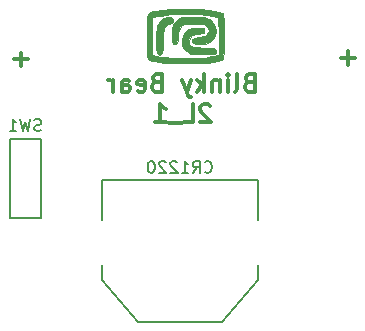
<source format=gbr>
G04 #@! TF.FileFunction,Legend,Bot*
%FSLAX46Y46*%
G04 Gerber Fmt 4.6, Leading zero omitted, Abs format (unit mm)*
G04 Created by KiCad (PCBNEW 4.0.7) date 05/04/18 14:02:44*
%MOMM*%
%LPD*%
G01*
G04 APERTURE LIST*
%ADD10C,0.076200*%
%ADD11C,0.300000*%
%ADD12C,0.150000*%
%ADD13C,0.100000*%
G04 APERTURE END LIST*
D10*
D11*
X141370142Y-80786857D02*
X141155856Y-80858286D01*
X141084428Y-80929714D01*
X141012999Y-81072571D01*
X141012999Y-81286857D01*
X141084428Y-81429714D01*
X141155856Y-81501143D01*
X141298714Y-81572571D01*
X141870142Y-81572571D01*
X141870142Y-80072571D01*
X141370142Y-80072571D01*
X141227285Y-80144000D01*
X141155856Y-80215429D01*
X141084428Y-80358286D01*
X141084428Y-80501143D01*
X141155856Y-80644000D01*
X141227285Y-80715429D01*
X141370142Y-80786857D01*
X141870142Y-80786857D01*
X140155856Y-81572571D02*
X140298714Y-81501143D01*
X140370142Y-81358286D01*
X140370142Y-80072571D01*
X139584428Y-81572571D02*
X139584428Y-80572571D01*
X139584428Y-80072571D02*
X139655857Y-80144000D01*
X139584428Y-80215429D01*
X139513000Y-80144000D01*
X139584428Y-80072571D01*
X139584428Y-80215429D01*
X138870142Y-80572571D02*
X138870142Y-81572571D01*
X138870142Y-80715429D02*
X138798714Y-80644000D01*
X138655856Y-80572571D01*
X138441571Y-80572571D01*
X138298714Y-80644000D01*
X138227285Y-80786857D01*
X138227285Y-81572571D01*
X137512999Y-81572571D02*
X137512999Y-80072571D01*
X137370142Y-81001143D02*
X136941571Y-81572571D01*
X136941571Y-80572571D02*
X137512999Y-81144000D01*
X136441570Y-80572571D02*
X136084427Y-81572571D01*
X135727285Y-80572571D02*
X136084427Y-81572571D01*
X136227285Y-81929714D01*
X136298713Y-82001143D01*
X136441570Y-82072571D01*
X133512999Y-80786857D02*
X133298713Y-80858286D01*
X133227285Y-80929714D01*
X133155856Y-81072571D01*
X133155856Y-81286857D01*
X133227285Y-81429714D01*
X133298713Y-81501143D01*
X133441571Y-81572571D01*
X134012999Y-81572571D01*
X134012999Y-80072571D01*
X133512999Y-80072571D01*
X133370142Y-80144000D01*
X133298713Y-80215429D01*
X133227285Y-80358286D01*
X133227285Y-80501143D01*
X133298713Y-80644000D01*
X133370142Y-80715429D01*
X133512999Y-80786857D01*
X134012999Y-80786857D01*
X131941571Y-81501143D02*
X132084428Y-81572571D01*
X132370142Y-81572571D01*
X132512999Y-81501143D01*
X132584428Y-81358286D01*
X132584428Y-80786857D01*
X132512999Y-80644000D01*
X132370142Y-80572571D01*
X132084428Y-80572571D01*
X131941571Y-80644000D01*
X131870142Y-80786857D01*
X131870142Y-80929714D01*
X132584428Y-81072571D01*
X130584428Y-81572571D02*
X130584428Y-80786857D01*
X130655857Y-80644000D01*
X130798714Y-80572571D01*
X131084428Y-80572571D01*
X131227285Y-80644000D01*
X130584428Y-81501143D02*
X130727285Y-81572571D01*
X131084428Y-81572571D01*
X131227285Y-81501143D01*
X131298714Y-81358286D01*
X131298714Y-81215429D01*
X131227285Y-81072571D01*
X131084428Y-81001143D01*
X130727285Y-81001143D01*
X130584428Y-80929714D01*
X129870142Y-81572571D02*
X129870142Y-80572571D01*
X129870142Y-80858286D02*
X129798714Y-80715429D01*
X129727285Y-80644000D01*
X129584428Y-80572571D01*
X129441571Y-80572571D01*
X138084428Y-82765429D02*
X138012999Y-82694000D01*
X137870142Y-82622571D01*
X137512999Y-82622571D01*
X137370142Y-82694000D01*
X137298713Y-82765429D01*
X137227285Y-82908286D01*
X137227285Y-83051143D01*
X137298713Y-83265429D01*
X138155856Y-84122571D01*
X137227285Y-84122571D01*
X135870142Y-84122571D02*
X136584428Y-84122571D01*
X136584428Y-82622571D01*
X135727285Y-84265429D02*
X134584428Y-84265429D01*
X133441571Y-84122571D02*
X134298714Y-84122571D01*
X133870142Y-84122571D02*
X133870142Y-82622571D01*
X134012999Y-82836857D01*
X134155857Y-82979714D01*
X134298714Y-83051143D01*
X122618428Y-78847143D02*
X121475571Y-78847143D01*
X122047000Y-79418571D02*
X122047000Y-78275714D01*
X150304428Y-78720143D02*
X149161571Y-78720143D01*
X149733000Y-79291571D02*
X149733000Y-78148714D01*
D12*
X123728000Y-92250000D02*
X123728000Y-85550000D01*
X121128000Y-92250000D02*
X123728000Y-92250000D01*
X121128000Y-85550000D02*
X121128000Y-92250000D01*
X121128000Y-85550000D02*
X123728000Y-85550000D01*
X128905000Y-97536000D02*
X131940300Y-101104700D01*
X142113000Y-97536000D02*
X139077700Y-101104700D01*
X128905000Y-96291400D02*
X128905000Y-97536000D01*
X142113000Y-89039700D02*
X128905000Y-89039700D01*
X139077700Y-101104700D02*
X131940300Y-101104700D01*
X142113000Y-96291400D02*
X142113000Y-97536000D01*
X128905000Y-89039700D02*
X128905000Y-92430600D01*
X142113000Y-89039700D02*
X142113000Y-92430600D01*
D13*
G36*
X132712622Y-76091418D02*
X132714762Y-76685076D01*
X132715000Y-76869945D01*
X132716968Y-77510217D01*
X132723635Y-78000453D01*
X132736144Y-78359914D01*
X132755639Y-78607861D01*
X132783265Y-78763554D01*
X132820165Y-78846252D01*
X132833169Y-78859670D01*
X133000404Y-78931142D01*
X133138333Y-78961474D01*
X133138333Y-78507748D01*
X133138333Y-76914371D01*
X133142389Y-76393909D01*
X133153750Y-75944332D01*
X133171205Y-75590665D01*
X133193547Y-75357937D01*
X133217725Y-75271926D01*
X133329173Y-75241092D01*
X133571448Y-75194619D01*
X133907507Y-75139095D01*
X134254892Y-75087485D01*
X134883360Y-75025536D01*
X135610949Y-74997245D01*
X136380863Y-75001497D01*
X137136308Y-75037179D01*
X137820486Y-75103176D01*
X138218333Y-75165237D01*
X138768667Y-75269859D01*
X138791634Y-76891143D01*
X138814601Y-78512426D01*
X138241301Y-78603198D01*
X137905387Y-78655928D01*
X137600576Y-78703002D01*
X137414000Y-78731091D01*
X137173831Y-78748739D01*
X136802475Y-78755161D01*
X136337617Y-78751617D01*
X135816943Y-78739364D01*
X135278138Y-78719660D01*
X134758888Y-78693761D01*
X134296878Y-78662926D01*
X133929794Y-78628412D01*
X133794500Y-78610306D01*
X133138333Y-78507748D01*
X133138333Y-78961474D01*
X133309725Y-78999166D01*
X133733887Y-79061037D01*
X134245644Y-79114051D01*
X134817751Y-79155504D01*
X135422961Y-79182692D01*
X136034031Y-79192910D01*
X136186333Y-79192483D01*
X136671331Y-79187260D01*
X137110111Y-79179201D01*
X137468846Y-79169183D01*
X137713708Y-79158080D01*
X137795000Y-79150816D01*
X138301572Y-79067236D01*
X138709361Y-78984708D01*
X138994538Y-78908632D01*
X139128500Y-78848674D01*
X139165535Y-78770849D01*
X139193694Y-78595790D01*
X139213802Y-78308075D01*
X139226683Y-77892284D01*
X139233163Y-77332996D01*
X139234333Y-76869945D01*
X139233382Y-76253599D01*
X139229423Y-75785164D01*
X139220800Y-75443224D01*
X139205856Y-75206362D01*
X139182934Y-75053160D01*
X139150378Y-74962203D01*
X139106532Y-74912073D01*
X139081688Y-74896597D01*
X138815800Y-74803179D01*
X138410239Y-74723175D01*
X137894227Y-74657830D01*
X137296985Y-74608389D01*
X136647736Y-74576099D01*
X135975702Y-74562204D01*
X135310104Y-74567950D01*
X134680166Y-74594582D01*
X134115109Y-74643346D01*
X133876807Y-74674783D01*
X133511342Y-74726423D01*
X133231238Y-74771352D01*
X133025234Y-74830847D01*
X132882071Y-74926182D01*
X132790488Y-75078632D01*
X132739225Y-75309471D01*
X132717023Y-75639975D01*
X132712622Y-76091418D01*
X132712622Y-76091418D01*
X132712622Y-76091418D01*
G37*
X132712622Y-76091418D02*
X132714762Y-76685076D01*
X132715000Y-76869945D01*
X132716968Y-77510217D01*
X132723635Y-78000453D01*
X132736144Y-78359914D01*
X132755639Y-78607861D01*
X132783265Y-78763554D01*
X132820165Y-78846252D01*
X132833169Y-78859670D01*
X133000404Y-78931142D01*
X133138333Y-78961474D01*
X133138333Y-78507748D01*
X133138333Y-76914371D01*
X133142389Y-76393909D01*
X133153750Y-75944332D01*
X133171205Y-75590665D01*
X133193547Y-75357937D01*
X133217725Y-75271926D01*
X133329173Y-75241092D01*
X133571448Y-75194619D01*
X133907507Y-75139095D01*
X134254892Y-75087485D01*
X134883360Y-75025536D01*
X135610949Y-74997245D01*
X136380863Y-75001497D01*
X137136308Y-75037179D01*
X137820486Y-75103176D01*
X138218333Y-75165237D01*
X138768667Y-75269859D01*
X138791634Y-76891143D01*
X138814601Y-78512426D01*
X138241301Y-78603198D01*
X137905387Y-78655928D01*
X137600576Y-78703002D01*
X137414000Y-78731091D01*
X137173831Y-78748739D01*
X136802475Y-78755161D01*
X136337617Y-78751617D01*
X135816943Y-78739364D01*
X135278138Y-78719660D01*
X134758888Y-78693761D01*
X134296878Y-78662926D01*
X133929794Y-78628412D01*
X133794500Y-78610306D01*
X133138333Y-78507748D01*
X133138333Y-78961474D01*
X133309725Y-78999166D01*
X133733887Y-79061037D01*
X134245644Y-79114051D01*
X134817751Y-79155504D01*
X135422961Y-79182692D01*
X136034031Y-79192910D01*
X136186333Y-79192483D01*
X136671331Y-79187260D01*
X137110111Y-79179201D01*
X137468846Y-79169183D01*
X137713708Y-79158080D01*
X137795000Y-79150816D01*
X138301572Y-79067236D01*
X138709361Y-78984708D01*
X138994538Y-78908632D01*
X139128500Y-78848674D01*
X139165535Y-78770849D01*
X139193694Y-78595790D01*
X139213802Y-78308075D01*
X139226683Y-77892284D01*
X139233163Y-77332996D01*
X139234333Y-76869945D01*
X139233382Y-76253599D01*
X139229423Y-75785164D01*
X139220800Y-75443224D01*
X139205856Y-75206362D01*
X139182934Y-75053160D01*
X139150378Y-74962203D01*
X139106532Y-74912073D01*
X139081688Y-74896597D01*
X138815800Y-74803179D01*
X138410239Y-74723175D01*
X137894227Y-74657830D01*
X137296985Y-74608389D01*
X136647736Y-74576099D01*
X135975702Y-74562204D01*
X135310104Y-74567950D01*
X134680166Y-74594582D01*
X134115109Y-74643346D01*
X133876807Y-74674783D01*
X133511342Y-74726423D01*
X133231238Y-74771352D01*
X133025234Y-74830847D01*
X132882071Y-74926182D01*
X132790488Y-75078632D01*
X132739225Y-75309471D01*
X132717023Y-75639975D01*
X132712622Y-76091418D01*
X132712622Y-76091418D01*
G36*
X135674330Y-77236396D02*
X135721811Y-77619950D01*
X135886553Y-77969481D01*
X136160839Y-78238811D01*
X136302097Y-78312168D01*
X136490433Y-78362105D01*
X136761285Y-78393878D01*
X137150089Y-78412742D01*
X137371667Y-78418393D01*
X137768061Y-78422691D01*
X138106353Y-78418729D01*
X138348130Y-78407450D01*
X138451167Y-78391953D01*
X138540029Y-78274885D01*
X138548116Y-78096760D01*
X138480306Y-77942596D01*
X138423075Y-77902391D01*
X138284273Y-77880378D01*
X138020201Y-77863077D01*
X137674907Y-77852813D01*
X137449409Y-77851000D01*
X136967865Y-77835429D01*
X136631329Y-77781481D01*
X136417728Y-77678299D01*
X136304987Y-77515028D01*
X136271033Y-77280811D01*
X136271000Y-77271455D01*
X136337498Y-77007492D01*
X136542142Y-76820644D01*
X136892658Y-76705320D01*
X137094076Y-76675904D01*
X137369639Y-76640063D01*
X137516307Y-76594056D01*
X137574127Y-76516255D01*
X137583333Y-76411666D01*
X137572369Y-76297268D01*
X137514036Y-76230955D01*
X137370176Y-76196166D01*
X137102631Y-76176341D01*
X137033000Y-76172817D01*
X136616720Y-76176844D01*
X136317020Y-76241245D01*
X136222721Y-76283786D01*
X135926058Y-76528094D01*
X135742837Y-76859037D01*
X135674330Y-77236396D01*
X135674330Y-77236396D01*
X135674330Y-77236396D01*
G37*
X135674330Y-77236396D02*
X135721811Y-77619950D01*
X135886553Y-77969481D01*
X136160839Y-78238811D01*
X136302097Y-78312168D01*
X136490433Y-78362105D01*
X136761285Y-78393878D01*
X137150089Y-78412742D01*
X137371667Y-78418393D01*
X137768061Y-78422691D01*
X138106353Y-78418729D01*
X138348130Y-78407450D01*
X138451167Y-78391953D01*
X138540029Y-78274885D01*
X138548116Y-78096760D01*
X138480306Y-77942596D01*
X138423075Y-77902391D01*
X138284273Y-77880378D01*
X138020201Y-77863077D01*
X137674907Y-77852813D01*
X137449409Y-77851000D01*
X136967865Y-77835429D01*
X136631329Y-77781481D01*
X136417728Y-77678299D01*
X136304987Y-77515028D01*
X136271033Y-77280811D01*
X136271000Y-77271455D01*
X136337498Y-77007492D01*
X136542142Y-76820644D01*
X136892658Y-76705320D01*
X137094076Y-76675904D01*
X137369639Y-76640063D01*
X137516307Y-76594056D01*
X137574127Y-76516255D01*
X137583333Y-76411666D01*
X137572369Y-76297268D01*
X137514036Y-76230955D01*
X137370176Y-76196166D01*
X137102631Y-76176341D01*
X137033000Y-76172817D01*
X136616720Y-76176844D01*
X136317020Y-76241245D01*
X136222721Y-76283786D01*
X135926058Y-76528094D01*
X135742837Y-76859037D01*
X135674330Y-77236396D01*
X135674330Y-77236396D01*
G36*
X133477932Y-77327399D02*
X133497862Y-77850157D01*
X133558661Y-78213069D01*
X133659706Y-78414846D01*
X133800376Y-78454203D01*
X133968067Y-78342066D01*
X134021318Y-78196488D01*
X134055314Y-77889882D01*
X134069324Y-77429537D01*
X134069667Y-77330050D01*
X134078236Y-76932735D01*
X134101370Y-76580407D01*
X134135210Y-76318877D01*
X134163759Y-76213124D01*
X134307325Y-76043654D01*
X134541672Y-75896565D01*
X134587092Y-75877284D01*
X134808162Y-75766786D01*
X134902993Y-75640972D01*
X134916333Y-75535685D01*
X134852361Y-75359243D01*
X134684431Y-75275667D01*
X134448525Y-75282481D01*
X134180626Y-75377205D01*
X133916716Y-75557361D01*
X133862722Y-75608255D01*
X133711440Y-75784985D01*
X133604784Y-75984797D01*
X133535483Y-76240186D01*
X133496263Y-76583649D01*
X133479851Y-77047682D01*
X133477932Y-77327399D01*
X133477932Y-77327399D01*
X133477932Y-77327399D01*
G37*
X133477932Y-77327399D02*
X133497862Y-77850157D01*
X133558661Y-78213069D01*
X133659706Y-78414846D01*
X133800376Y-78454203D01*
X133968067Y-78342066D01*
X134021318Y-78196488D01*
X134055314Y-77889882D01*
X134069324Y-77429537D01*
X134069667Y-77330050D01*
X134078236Y-76932735D01*
X134101370Y-76580407D01*
X134135210Y-76318877D01*
X134163759Y-76213124D01*
X134307325Y-76043654D01*
X134541672Y-75896565D01*
X134587092Y-75877284D01*
X134808162Y-75766786D01*
X134902993Y-75640972D01*
X134916333Y-75535685D01*
X134852361Y-75359243D01*
X134684431Y-75275667D01*
X134448525Y-75282481D01*
X134180626Y-75377205D01*
X133916716Y-75557361D01*
X133862722Y-75608255D01*
X133711440Y-75784985D01*
X133604784Y-75984797D01*
X133535483Y-76240186D01*
X133496263Y-76583649D01*
X133479851Y-77047682D01*
X133477932Y-77327399D01*
X133477932Y-77327399D01*
G36*
X134821801Y-76961520D02*
X134845826Y-77258519D01*
X134897783Y-77468327D01*
X134958667Y-77542951D01*
X135150695Y-77573023D01*
X135271143Y-77476621D01*
X135329889Y-77239874D01*
X135339667Y-77007909D01*
X135374746Y-76512412D01*
X135482015Y-76162937D01*
X135664521Y-75950931D01*
X135728865Y-75915336D01*
X135906306Y-75872401D01*
X136201414Y-75839319D01*
X136562592Y-75821058D01*
X136729233Y-75819000D01*
X137120858Y-75824548D01*
X137385654Y-75846080D01*
X137565902Y-75890927D01*
X137703886Y-75966422D01*
X137741249Y-75994478D01*
X137920246Y-76223739D01*
X137957798Y-76486950D01*
X137850614Y-76733950D01*
X137793688Y-76793854D01*
X137570794Y-76908454D01*
X137221358Y-76979508D01*
X137137521Y-76987644D01*
X136773152Y-77044077D01*
X136572352Y-77141606D01*
X136534192Y-77281155D01*
X136657743Y-77463647D01*
X136658048Y-77463952D01*
X136855147Y-77561949D01*
X137177777Y-77579715D01*
X137637879Y-77517860D01*
X137654249Y-77514719D01*
X138033998Y-77368080D01*
X138312444Y-77116501D01*
X138485504Y-76793686D01*
X138549099Y-76433335D01*
X138499146Y-76069151D01*
X138331565Y-75734837D01*
X138042274Y-75464094D01*
X137911472Y-75390569D01*
X137728140Y-75311187D01*
X137544711Y-75260824D01*
X137319663Y-75234875D01*
X137011472Y-75228734D01*
X136578616Y-75237796D01*
X136543509Y-75238852D01*
X136050514Y-75261266D01*
X135692565Y-75301823D01*
X135435477Y-75372716D01*
X135245068Y-75486137D01*
X135087155Y-75654277D01*
X134989375Y-75793171D01*
X134909495Y-75993154D01*
X134854418Y-76284259D01*
X134824926Y-76621907D01*
X134821801Y-76961520D01*
X134821801Y-76961520D01*
X134821801Y-76961520D01*
G37*
X134821801Y-76961520D02*
X134845826Y-77258519D01*
X134897783Y-77468327D01*
X134958667Y-77542951D01*
X135150695Y-77573023D01*
X135271143Y-77476621D01*
X135329889Y-77239874D01*
X135339667Y-77007909D01*
X135374746Y-76512412D01*
X135482015Y-76162937D01*
X135664521Y-75950931D01*
X135728865Y-75915336D01*
X135906306Y-75872401D01*
X136201414Y-75839319D01*
X136562592Y-75821058D01*
X136729233Y-75819000D01*
X137120858Y-75824548D01*
X137385654Y-75846080D01*
X137565902Y-75890927D01*
X137703886Y-75966422D01*
X137741249Y-75994478D01*
X137920246Y-76223739D01*
X137957798Y-76486950D01*
X137850614Y-76733950D01*
X137793688Y-76793854D01*
X137570794Y-76908454D01*
X137221358Y-76979508D01*
X137137521Y-76987644D01*
X136773152Y-77044077D01*
X136572352Y-77141606D01*
X136534192Y-77281155D01*
X136657743Y-77463647D01*
X136658048Y-77463952D01*
X136855147Y-77561949D01*
X137177777Y-77579715D01*
X137637879Y-77517860D01*
X137654249Y-77514719D01*
X138033998Y-77368080D01*
X138312444Y-77116501D01*
X138485504Y-76793686D01*
X138549099Y-76433335D01*
X138499146Y-76069151D01*
X138331565Y-75734837D01*
X138042274Y-75464094D01*
X137911472Y-75390569D01*
X137728140Y-75311187D01*
X137544711Y-75260824D01*
X137319663Y-75234875D01*
X137011472Y-75228734D01*
X136578616Y-75237796D01*
X136543509Y-75238852D01*
X136050514Y-75261266D01*
X135692565Y-75301823D01*
X135435477Y-75372716D01*
X135245068Y-75486137D01*
X135087155Y-75654277D01*
X134989375Y-75793171D01*
X134909495Y-75993154D01*
X134854418Y-76284259D01*
X134824926Y-76621907D01*
X134821801Y-76961520D01*
X134821801Y-76961520D01*
D12*
X123761333Y-84859762D02*
X123618476Y-84907381D01*
X123380380Y-84907381D01*
X123285142Y-84859762D01*
X123237523Y-84812143D01*
X123189904Y-84716905D01*
X123189904Y-84621667D01*
X123237523Y-84526429D01*
X123285142Y-84478810D01*
X123380380Y-84431190D01*
X123570857Y-84383571D01*
X123666095Y-84335952D01*
X123713714Y-84288333D01*
X123761333Y-84193095D01*
X123761333Y-84097857D01*
X123713714Y-84002619D01*
X123666095Y-83955000D01*
X123570857Y-83907381D01*
X123332761Y-83907381D01*
X123189904Y-83955000D01*
X122856571Y-83907381D02*
X122618476Y-84907381D01*
X122427999Y-84193095D01*
X122237523Y-84907381D01*
X121999428Y-83907381D01*
X121094666Y-84907381D02*
X121666095Y-84907381D01*
X121380381Y-84907381D02*
X121380381Y-83907381D01*
X121475619Y-84050238D01*
X121570857Y-84145476D01*
X121666095Y-84193095D01*
X137604238Y-88368143D02*
X137651857Y-88415762D01*
X137794714Y-88463381D01*
X137889952Y-88463381D01*
X138032810Y-88415762D01*
X138128048Y-88320524D01*
X138175667Y-88225286D01*
X138223286Y-88034810D01*
X138223286Y-87891952D01*
X138175667Y-87701476D01*
X138128048Y-87606238D01*
X138032810Y-87511000D01*
X137889952Y-87463381D01*
X137794714Y-87463381D01*
X137651857Y-87511000D01*
X137604238Y-87558619D01*
X136604238Y-88463381D02*
X136937572Y-87987190D01*
X137175667Y-88463381D02*
X137175667Y-87463381D01*
X136794714Y-87463381D01*
X136699476Y-87511000D01*
X136651857Y-87558619D01*
X136604238Y-87653857D01*
X136604238Y-87796714D01*
X136651857Y-87891952D01*
X136699476Y-87939571D01*
X136794714Y-87987190D01*
X137175667Y-87987190D01*
X135651857Y-88463381D02*
X136223286Y-88463381D01*
X135937572Y-88463381D02*
X135937572Y-87463381D01*
X136032810Y-87606238D01*
X136128048Y-87701476D01*
X136223286Y-87749095D01*
X135270905Y-87558619D02*
X135223286Y-87511000D01*
X135128048Y-87463381D01*
X134889952Y-87463381D01*
X134794714Y-87511000D01*
X134747095Y-87558619D01*
X134699476Y-87653857D01*
X134699476Y-87749095D01*
X134747095Y-87891952D01*
X135318524Y-88463381D01*
X134699476Y-88463381D01*
X134318524Y-87558619D02*
X134270905Y-87511000D01*
X134175667Y-87463381D01*
X133937571Y-87463381D01*
X133842333Y-87511000D01*
X133794714Y-87558619D01*
X133747095Y-87653857D01*
X133747095Y-87749095D01*
X133794714Y-87891952D01*
X134366143Y-88463381D01*
X133747095Y-88463381D01*
X133128048Y-87463381D02*
X133032809Y-87463381D01*
X132937571Y-87511000D01*
X132889952Y-87558619D01*
X132842333Y-87653857D01*
X132794714Y-87844333D01*
X132794714Y-88082429D01*
X132842333Y-88272905D01*
X132889952Y-88368143D01*
X132937571Y-88415762D01*
X133032809Y-88463381D01*
X133128048Y-88463381D01*
X133223286Y-88415762D01*
X133270905Y-88368143D01*
X133318524Y-88272905D01*
X133366143Y-88082429D01*
X133366143Y-87844333D01*
X133318524Y-87653857D01*
X133270905Y-87558619D01*
X133223286Y-87511000D01*
X133128048Y-87463381D01*
M02*

</source>
